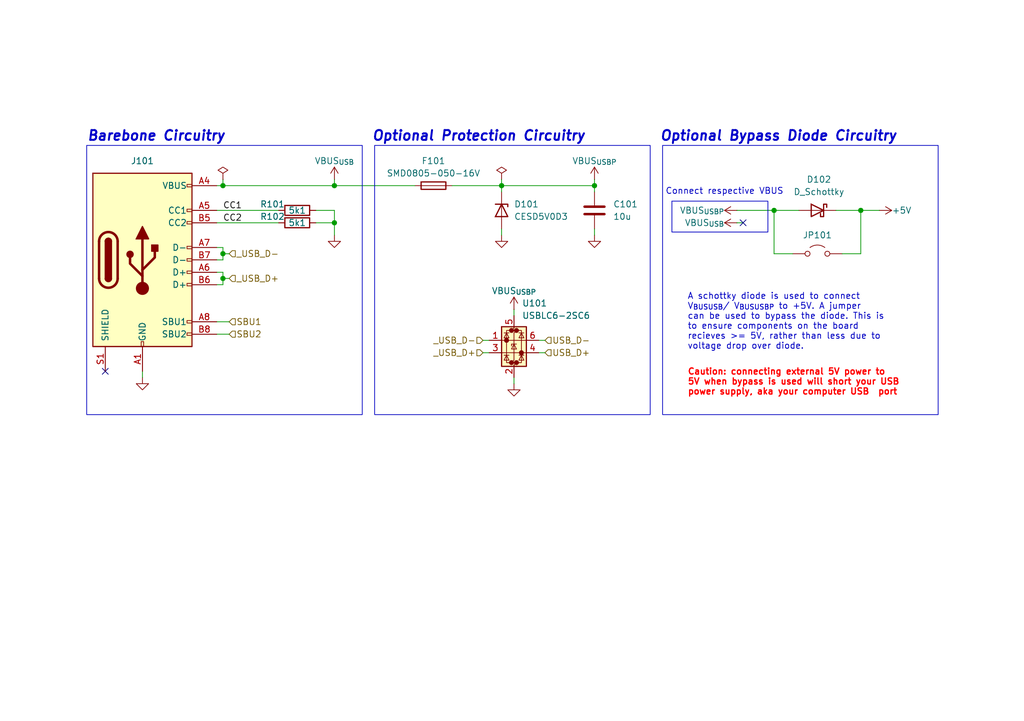
<source format=kicad_sch>
(kicad_sch (version 20231120) (generator "eeschema") (generator_version "8.0")
  (paper "A5")
  (title_block (title "USB C") (date "2024-07-08") (rev "1") (company "Scott CJX"))
  (lib_symbols
    (symbol "Connector:USB_C_Receptacle_USB2.0" (pin_names (offset 1.016))
      (property "Reference" "J" (at -10.16 19.05 0))
      (property "Value" "USB_C_Receptacle_USB2.0" (at 19.05 19.05 0))
      (symbol "USB_C_Receptacle_USB2.0_0_0"
        (rectangle (start -0.254 -17.78) (end 0.254 -16.764))
        (rectangle (start 10.16 -14.986) (end 9.144 -15.494))
        (rectangle (start 10.16 -12.446) (end 9.144 -12.954))
        (rectangle (start 10.16 -4.826) (end 9.144 -5.334))
        (rectangle (start 10.16 -2.286) (end 9.144 -2.794))
        (rectangle (start 10.16 0.254) (end 9.144 -0.254))
        (rectangle (start 10.16 2.794) (end 9.144 2.286))
        (rectangle (start 10.16 7.874) (end 9.144 7.366))
        (rectangle (start 10.16 10.414) (end 9.144 9.906))
        (rectangle (start 10.16 15.494) (end 9.144 14.986))
      )
      (symbol "USB_C_Receptacle_USB2.0_0_1"
        (rectangle (start -10.16 17.78) (end 10.16 -17.78) (stroke (width 0.254)) (fill (type background)))
        (arc (start -8.89 -3.81) (mid -6.985 -5.7067) (end -5.08 -3.81) (stroke (width 0.508)))
        (arc (start -7.62 -3.81) (mid -6.985 -4.4423) (end -6.35 -3.81) (stroke (width 0.254)))
        (arc (start -7.62 -3.81) (mid -6.985 -4.4423) (end -6.35 -3.81) (stroke (width 0.254)) (fill (type outline)))
        (rectangle (start -7.62 -3.81) (end -6.35 3.81) (stroke (width 0.254)) (fill (type outline)))
        (arc (start -6.35 3.81) (mid -6.985 4.4423) (end -7.62 3.81) (stroke (width 0.254)))
        (arc (start -6.35 3.81) (mid -6.985 4.4423) (end -7.62 3.81) (stroke (width 0.254)) (fill (type outline)))
        (arc (start -5.08 3.81) (mid -6.985 5.7067) (end -8.89 3.81) (stroke (width 0.508)))
        (circle (center -2.54 1.143) (radius 0.635) (stroke (width 0.254)) (fill (type outline)))
        (circle (center 0 -5.842) (radius 1.27) (fill (type outline)))
        (polyline (pts (xy -8.89 -3.81) (xy -8.89 3.81)) (stroke (width 0.508)))
        (polyline (pts (xy -5.08 3.81) (xy -5.08 -3.81)) (stroke (width 0.508)))
        (polyline (pts (xy 0 -5.842) (xy 0 4.318)) (stroke (width 0.508)))
        (polyline (pts (xy 0 -3.302) (xy -2.54 -0.762) (xy -2.54 0.508)) (stroke (width 0.508)))
        (polyline (pts (xy 0 -2.032) (xy 2.54 0.508) (xy 2.54 1.778)) (stroke (width 0.508)))
        (polyline (pts (xy -1.27 4.318) (xy 0 6.858) (xy 1.27 4.318) (xy -1.27 4.318)) (stroke (width 0.254)) (fill (type outline)))
        (rectangle (start 1.905 1.778) (end 3.175 3.048) (stroke (width 0.254)) (fill (type outline)))
      )
      (symbol "USB_C_Receptacle_USB2.0_1_1"
        (pin passive line (at 0 -22.86 90) (length 5.08) (name "GND") (number "A1"))
        (pin passive line (at 0 -22.86 90) (length 5.08) hide (name "GND") (number "A12"))
        (pin passive line (at 15.24 15.24 180) (length 5.08) (name "VBUS") (number "A4"))
        (pin bidirectional line (at 15.24 10.16 180) (length 5.08) (name "CC1") (number "A5"))
        (pin bidirectional line (at 15.24 -2.54 180) (length 5.08) (name "D+") (number "A6"))
        (pin bidirectional line (at 15.24 2.54 180) (length 5.08) (name "D-") (number "A7"))
        (pin bidirectional line (at 15.24 -12.7 180) (length 5.08) (name "SBU1") (number "A8"))
        (pin passive line (at 15.24 15.24 180) (length 5.08) hide (name "VBUS") (number "A9"))
        (pin passive line (at 0 -22.86 90) (length 5.08) hide (name "GND") (number "B1"))
        (pin passive line (at 0 -22.86 90) (length 5.08) hide (name "GND") (number "B12"))
        (pin passive line (at 15.24 15.24 180) (length 5.08) hide (name "VBUS") (number "B4"))
        (pin bidirectional line (at 15.24 7.62 180) (length 5.08) (name "CC2") (number "B5"))
        (pin bidirectional line (at 15.24 -5.08 180) (length 5.08) (name "D+") (number "B6"))
        (pin bidirectional line (at 15.24 0 180) (length 5.08) (name "D-") (number "B7"))
        (pin bidirectional line (at 15.24 -15.24 180) (length 5.08) (name "SBU2") (number "B8"))
        (pin passive line (at 15.24 15.24 180) (length 5.08) hide (name "VBUS") (number "B9"))
        (pin passive line (at -7.62 -22.86 90) (length 5.08) (name "SHIELD") (number "S1"))
      )
    )
    (symbol "Device:D_Schottky" (pin_numbers hide) (pin_names (offset 1.016) hide)
      (property "Reference" "D" (at 0 2.54 0))
      (property "Value" "D_Schottky" (at 0 -2.54 0))
      (symbol "D_Schottky_0_1"
        (polyline (pts (xy 1.27 0) (xy -1.27 0)))
        (polyline (pts (xy 1.27 1.27) (xy 1.27 -1.27) (xy -1.27 0) (xy 1.27 1.27)) (stroke (width 0.254)))
        (polyline (pts (xy -1.905 0.635) (xy -1.905 1.27) (xy -1.27 1.27) (xy -1.27 -1.27) (xy -0.635 -1.27) (xy -0.635 -0.635)) (stroke (width 0.254)))
      )
      (symbol "D_Schottky_1_1"
        (pin passive line (at -3.81 0 0) (length 2.54) (name "K") (number "1"))
        (pin passive line (at 3.81 0 180) (length 2.54) (name "A") (number "2"))
      )
    )
    (symbol "Device:Fuse" (pin_numbers hide) (pin_names (offset 0))
      (property "Reference" "F" (at 2.032 0 90))
      (property "Value" "Fuse" (at -1.905 0 90))
      (symbol "Fuse_0_1"
        (rectangle (start -0.762 -2.54) (end 0.762 2.54) (stroke (width 0.254)))
        (polyline (pts (xy 0 2.54) (xy 0 -2.54)))
      )
      (symbol "Fuse_1_1"
        (pin passive line (at 0 3.81 270) (length 1.27) (name "~") (number "1"))
        (pin passive line (at 0 -3.81 90) (length 1.27) (name "~") (number "2"))
      )
    )
    (symbol "Device:R" (pin_numbers hide) (pin_names (offset 0))
      (property "Reference" "R" (at 2.032 0 90))
      (property "Value" "R" (at 0 0 90))
      (symbol "R_0_1"
        (rectangle (start -1.016 -2.54) (end 1.016 2.54) (stroke (width 0.254)))
      )
      (symbol "R_1_1"
        (pin passive line (at 0 3.81 270) (length 1.27) (name "~") (number "1"))
        (pin passive line (at 0 -3.81 90) (length 1.27) (name "~") (number "2"))
      )
    )
    (symbol "Jumper:Jumper_2_Open" (pin_numbers hide) (pin_names (offset 0) hide) (exclude_from_sim yes)
      (property "Reference" "JP" (at 0 2.794 0))
      (property "Value" "Jumper_2_Open" (at 0 -2.286 0))
      (symbol "Jumper_2_Open_0_0"
        (circle (center -2.032 0) (radius 0.508))
        (circle (center 2.032 0) (radius 0.508))
      )
      (symbol "Jumper_2_Open_0_1"
        (arc (start 1.524 1.27) (mid 0 1.778) (end -1.524 1.27))
      )
      (symbol "Jumper_2_Open_1_1"
        (pin passive line (at -5.08 0 0) (length 2.54) (name "A") (number "1"))
        (pin passive line (at 5.08 0 180) (length 2.54) (name "B") (number "2"))
      )
    )
    (symbol "Power_Protection:USBLC6-2SC6" (pin_names hide)
      (property "Reference" "U" (at 0.635 5.715 0))
      (property "Value" "USBLC6-2SC6" (at 0.635 3.81 0))
      (symbol "USBLC6-2SC6_0_0"
        (circle (center -1.524 0) (radius 0.0001) (stroke (width 0.508)))
        (circle (center -0.508 -4.572) (radius 0.0001) (stroke (width 0.508)))
        (circle (center -0.508 2.032) (radius 0.0001) (stroke (width 0.508)))
        (circle (center 0.508 -4.572) (radius 0.0001) (stroke (width 0.508)))
        (circle (center 0.508 2.032) (radius 0.0001) (stroke (width 0.508)))
        (circle (center 1.524 -2.54) (radius 0.0001) (stroke (width 0.508)))
      )
      (symbol "USBLC6-2SC6_0_1"
        (polyline (pts (xy -2.54 -2.54) (xy 2.54 -2.54)))
        (polyline (pts (xy -2.54 0) (xy 2.54 0)))
        (polyline (pts (xy -2.032 -3.048) (xy -1.016 -3.048)))
        (polyline (pts (xy -1.016 1.524) (xy -2.032 1.524)))
        (polyline (pts (xy 1.016 -3.048) (xy 2.032 -3.048)))
        (polyline (pts (xy 1.016 1.524) (xy 2.032 1.524)))
        (polyline (pts (xy -0.508 -1.143) (xy -0.508 -0.762) (xy 0.508 -0.762)))
        (polyline (pts (xy -2.032 0.508) (xy -1.016 0.508) (xy -1.524 1.524) (xy -2.032 0.508)))
        (polyline (pts (xy -1.016 -4.064) (xy -2.032 -4.064) (xy -1.524 -3.048) (xy -1.016 -4.064)))
        (polyline (pts (xy 0.508 -1.778) (xy -0.508 -1.778) (xy 0 -0.762) (xy 0.508 -1.778)))
        (polyline (pts (xy 2.032 -4.064) (xy 1.016 -4.064) (xy 1.524 -3.048) (xy 2.032 -4.064)))
        (polyline (pts (xy 2.032 0.508) (xy 1.016 0.508) (xy 1.524 1.524) (xy 2.032 0.508)))
        (polyline (pts (xy 0 2.54) (xy -0.508 2.032) (xy 0.508 2.032) (xy 0 1.524) (xy 0 -4.064) (xy -0.508 -4.572) (xy 0.508 -4.572) (xy 0 -5.08)))
      )
      (symbol "USBLC6-2SC6_1_1"
        (rectangle (start -2.54 2.794) (end 2.54 -5.334) (stroke (width 0.254)) (fill (type background)))
        (polyline (pts (xy -0.508 2.032) (xy -1.524 2.032) (xy -1.524 -4.572) (xy -0.508 -4.572)))
        (polyline (pts (xy 0.508 -4.572) (xy 1.524 -4.572) (xy 1.524 2.032) (xy 0.508 2.032)))
        (pin passive line (at -5.08 0 0) (length 2.54) (name "I/O1") (number "1"))
        (pin passive line (at 0 -7.62 90) (length 2.54) (name "GND") (number "2"))
        (pin passive line (at -5.08 -2.54 0) (length 2.54) (name "I/O2") (number "3"))
        (pin passive line (at 5.08 -2.54 180) (length 2.54) (name "I/O2") (number "4"))
        (pin passive line (at 0 5.08 270) (length 2.54) (name "VBUS") (number "5"))
        (pin passive line (at 5.08 0 180) (length 2.54) (name "I/O1") (number "6"))
      )
    )
    (symbol "power:+5V" (power) (pin_numbers hide) (pin_names (offset 0) hide)
      (property "Value" "+5V" (at 0 3.556 0))
      (symbol "+5V_0_1"
        (polyline (pts (xy -0.762 1.27) (xy 0 2.54)))
        (polyline (pts (xy 0 0) (xy 0 2.54)))
        (polyline (pts (xy 0 2.54) (xy 0.762 1.27)))
      )
      (symbol "+5V_1_1"
        (pin power_in line (at 0 0 90) (length 0) (name "~") (number "1"))
      )
    )
    (symbol "power:GND" (power) (pin_names (offset 0))
      (property "Value" "GND" (at 0 -3.81 0))
      (symbol "GND_0_1"
        (polyline (pts (xy 0 0) (xy 0 -1.27) (xy 1.27 -1.27) (xy 0 -2.54) (xy -1.27 -1.27) (xy 0 -1.27)))
      )
      (symbol "GND_1_1"
        (pin power_in line (at 0 0 270) (length 0) hide (name "GND") (number "1"))
      )
    )
    (symbol "power:PWR_FLAG" (power) (pin_numbers hide) (pin_names (offset 0) hide)
      (property "Value" "PWR_FLAG" (at 0 3.81 0))
      (symbol "PWR_FLAG_0_0"
        (pin power_out line (at 0 0 90) (length 0) (name "~") (number "1"))
      )
      (symbol "PWR_FLAG_0_1"
        (polyline (pts (xy 0 0) (xy 0 1.27) (xy -1.016 1.905) (xy 0 2.54) (xy 1.016 1.905) (xy 0 1.27)))
      )
    )
    (symbol "power:VBUS" (power) (pin_numbers hide) (pin_names (offset 0) hide)
      (property "Value" "VBUS" (at 0 3.556 0))
      (symbol "VBUS_0_1"
        (polyline (pts (xy -0.762 1.27) (xy 0 2.54)))
        (polyline (pts (xy 0 0) (xy 0 2.54)))
        (polyline (pts (xy 0 2.54) (xy 0.762 1.27)))
      )
      (symbol "VBUS_1_1"
        (pin power_in line (at 0 0 90) (length 0) (name "~") (number "1"))
      )
    )
    (symbol "scottcjx-common-parts:10uF" (pin_numbers hide) (pin_names (offset 0.254))
      (property "Reference" "C" (at 0.635 2.54 0))
      (property "Value" "10u" (at 0.635 -2.54 0))
      (symbol "10uF_0_1"
        (polyline (pts (xy -2.032 -0.762) (xy 2.032 -0.762)) (stroke (width 0.508)))
        (polyline (pts (xy -2.032 0.762) (xy 2.032 0.762)) (stroke (width 0.508)))
      )
      (symbol "10uF_1_1"
        (pin passive line (at 0 3.81 270) (length 2.794) (name "~") (number "1"))
        (pin passive line (at 0 -3.81 90) (length 2.794) (name "~") (number "2"))
      )
    )
    (symbol "scottcjx-common-parts:CESD5V0" (pin_numbers hide) (pin_names (offset 1.016) hide)
      (property "Reference" "D" (at 0 2.54 0))
      (property "Value" "CESD5V0D3" (at 0 -2.54 0))
      (symbol "CESD5V0_0_1"
        (polyline (pts (xy 1.27 0) (xy -1.27 0)))
        (polyline (pts (xy -1.27 -1.27) (xy -1.27 1.27) (xy -0.762 1.27)) (stroke (width 0.254)))
        (polyline (pts (xy 1.27 -1.27) (xy 1.27 1.27) (xy -1.27 0) (xy 1.27 -1.27)) (stroke (width 0.254)))
      )
      (symbol "CESD5V0_1_1"
        (pin passive line (at -3.81 0 0) (length 2.54) (name "K") (number "1"))
        (pin passive line (at 3.81 0 180) (length 2.54) (name "A") (number "2"))
      )
    )
  )
  (junction (at 158.75 43.18))
  (junction (at 176.53 43.18))
  (junction (at 68.58 45.72))
  (junction (at 121.92 38.1))
  (junction (at 102.87 38.1))
  (junction (at 45.72 38.1))
  (junction (at 45.72 57.15))
  (junction (at 68.58 38.1))
  (junction (at 45.72 52.07))
  (no_connect (at 152.4 45.72))
  (no_connect (at 21.59 76.2))
  (wire (pts (xy 45.72 57.15) (xy 46.99 57.15)))
  (wire (pts (xy 102.87 38.1) (xy 102.87 39.37)))
  (wire (pts (xy 44.45 45.72) (xy 57.15 45.72)))
  (wire (pts (xy 111.76 69.85) (xy 110.49 69.85)))
  (wire (pts (xy 29.21 76.2) (xy 29.21 77.47)))
  (wire (pts (xy 44.45 68.58) (xy 46.99 68.58)))
  (wire (pts (xy 158.75 43.18) (xy 158.75 52.07)))
  (wire (pts (xy 105.41 63.5) (xy 105.41 64.77)))
  (wire (pts (xy 99.06 69.85) (xy 100.33 69.85)))
  (wire (pts (xy 102.87 46.99) (xy 102.87 48.26)))
  (wire (pts (xy 92.71 38.1) (xy 102.87 38.1)))
  (wire (pts (xy 105.41 78.74) (xy 105.41 77.47)))
  (wire (pts (xy 45.72 58.42) (xy 44.45 58.42)))
  (wire (pts (xy 45.72 52.07) (xy 46.99 52.07)))
  (wire (pts (xy 44.45 38.1) (xy 45.72 38.1)))
  (wire (pts (xy 121.92 46.99) (xy 121.92 48.26)))
  (wire (pts (xy 158.75 43.18) (xy 163.83 43.18)))
  (wire (pts (xy 99.06 72.39) (xy 100.33 72.39)))
  (wire (pts (xy 45.72 53.34) (xy 44.45 53.34)))
  (wire (pts (xy 102.87 38.1) (xy 102.87 36.83)))
  (wire (pts (xy 171.45 43.18) (xy 176.53 43.18)))
  (wire (pts (xy 45.72 36.83) (xy 45.72 38.1)))
  (wire (pts (xy 172.72 52.07) (xy 176.53 52.07)))
  (wire (pts (xy 152.4 45.72) (xy 151.13 45.72)))
  (wire (pts (xy 176.53 43.18) (xy 180.34 43.18)))
  (wire (pts (xy 176.53 43.18) (xy 176.53 52.07)))
  (wire (pts (xy 158.75 52.07) (xy 162.56 52.07)))
  (wire (pts (xy 44.45 55.88) (xy 45.72 55.88)))
  (wire (pts (xy 121.92 38.1) (xy 121.92 36.83)))
  (wire (pts (xy 68.58 36.83) (xy 68.58 38.1)))
  (wire (pts (xy 102.87 38.1) (xy 121.92 38.1)))
  (wire (pts (xy 45.72 55.88) (xy 45.72 57.15)))
  (wire (pts (xy 45.72 50.8) (xy 45.72 52.07)))
  (wire (pts (xy 121.92 38.1) (xy 121.92 39.37)))
  (wire (pts (xy 68.58 48.26) (xy 68.58 45.72)))
  (wire (pts (xy 64.77 45.72) (xy 68.58 45.72)))
  (wire (pts (xy 44.45 43.18) (xy 57.15 43.18)))
  (wire (pts (xy 111.76 72.39) (xy 110.49 72.39)))
  (wire (pts (xy 44.45 66.04) (xy 46.99 66.04)))
  (wire (pts (xy 45.72 52.07) (xy 45.72 53.34)))
  (wire (pts (xy 151.13 43.18) (xy 158.75 43.18)))
  (wire (pts (xy 45.72 38.1) (xy 68.58 38.1)))
  (wire (pts (xy 44.45 50.8) (xy 45.72 50.8)))
  (wire (pts (xy 64.77 43.18) (xy 68.58 43.18)))
  (wire (pts (xy 68.58 38.1) (xy 85.09 38.1)))
  (wire (pts (xy 45.72 57.15) (xy 45.72 58.42)))
  (wire (pts (xy 68.58 43.18) (xy 68.58 45.72)))
  (rectangle (start 135.89 29.845) (end 192.405 85.09))
  (rectangle (start 76.835 29.845) (end 133.35 85.09))
  (rectangle (start 17.78 29.845) (end 74.295 85.09))
  (rectangle (start 137.795 41.275) (end 157.48 47.625))
  (text "Connect respective VBUS" (at 148.59 39.37 0) (effects (font (size 1.27 1.27))))
  (text "Optional Bypass Diode Circuitry" (at 135.255 29.21 0) (effects (font (size 2 2) (thickness 0.4) (bold yes) (italic yes)) (justify left bottom)))
  (text "A schottky diode is used to connect \nV_{BUSUSB}/ V_{BUSUSBP} to +5V. A jumper \ncan be used to bypass the diode. This is\nto ensure components on the board \nrecieves >= 5V, rather than less due to\nvoltage drop over diode. " (at 140.97 66.04 0) (effects (font (size 1.27 1.27) (thickness 0.1588)) (justify left)))
  (text "Barebone Circuitry" (at 17.78 29.21 0) (effects (font (size 2 2) (thickness 0.4) (bold yes) (italic yes)) (justify left bottom)))
  (text "\nCaution: connecting external 5V power to\n5V when bypass is used will short your USB\npower supply, aka your computer USB  port" (at 140.97 77.47 0) (effects (font (size 1.27 1.27) (thickness 0.254) (bold yes)) (justify left)))
  (text "Optional Protection Circuitry" (at 76.2 29.21 0) (effects (font (size 2 2) (thickness 0.4) (bold yes) (italic yes)) (justify left bottom)))
  (label "CC2" (at 45.72 45.72 0))
  (label "CC1" (at 45.72 43.18 0))
  (hierarchical_label "SBU2" (shape input) (at 46.99 68.58 0))
  (hierarchical_label "_USB_D+" (shape input) (at 99.06 72.39 180))
  (hierarchical_label "_USB_D-" (shape input) (at 46.99 52.07 0))
  (hierarchical_label "USB_D+" (shape input) (at 111.76 72.39 0))
  (hierarchical_label "USB_D-" (shape input) (at 111.76 69.85 0))
  (hierarchical_label "_USB_D+" (shape input) (at 46.99 57.15 0))
  (hierarchical_label "SBU1" (shape input) (at 46.99 66.04 0))
  (hierarchical_label "_USB_D-" (shape input) (at 99.06 69.85 180))
  (symbol (lib_id "Device:Fuse") (at 88.9 38.1 90) (unit 1)
    (property "Reference" "F101" (at 88.9 33.02 90))
    (property "Value" "SMD0805-050-16V" (at 88.9 35.56 90))
    (property "Description" "Fuse" (effects (hide yes)))
  )
  (symbol (lib_id "Device:R") (at 60.96 43.18 90) (unit 1)
    (property "Reference" "R101" (at 55.88 41.91 90))
    (property "Value" "5k1" (at 60.96 43.18 90))
    (property "Footprint" "Resistor_SMD:R_0603_1608Metric" (effects (hide yes)))
    (property "LCSC" "C23186" (effects (hide yes)))
    (property "Assemble" "1" (effects (hide yes)))
  )
  (symbol (lib_id "power:VBUS") (at 151.13 45.72 90) (mirror x) (unit 1)
    (property "Reference" "#PWR0110" (effects (hide yes)))
    (property "Value" "VBUS_{USB}" (at 148.59 45.72 90) (effects (justify left)))
    (property "Description" "Power symbol creates a global label with name \"VBUS\"" (effects (hide yes)))
  )
  (symbol (lib_id "scottcjx-common-parts:CESD5V0") (at 102.87 43.18 270) (unit 1)
    (property "Reference" "D101" (at 105.41 41.9099 90) (effects (justify left)))
    (property "Value" "CESD5V0D3" (at 105.41 44.4499 90) (effects (justify left)))
    (property "Description" "Zener diode" (effects (hide yes)))
  )
  (symbol (lib_id "Device:D_Schottky") (at 167.64 43.18 0) (mirror y) (unit 1)
    (property "Reference" "D102" (at 167.9575 36.83 0))
    (property "Value" "D_Schottky" (at 167.9575 39.37 0))
    (property "Description" "Schottky diode" (effects (hide yes)))
  )
  (symbol (lib_id "Connector:USB_C_Receptacle_USB2.0") (at 29.21 53.34 0) (unit 1)
    (property "Reference" "J101" (at 29.21 33.02 0))
    (property "Value" "USB_C" (effects (hide yes)))
    (property "Footprint" "NVF-Kicad:USBC_HRO_TYPE-C-31-M-12" (effects (hide yes)))
    (property "Datasheet" "https://www.usb.org/sites/default/files/documents/usb_type-c.zip" (effects (hide yes)))
    (property "LCSC" "C165948" (effects (hide yes)))
    (property "Assemble" "1" (effects (hide yes)))
  )
  (symbol (lib_id "power:GND") (at 121.92 48.26 0) (unit 1)
    (property "Reference" "#PWR0105" (effects (hide yes)))
    (property "Value" "GND" (effects (hide yes)))
  )
  (symbol (lib_id "power:VBUS") (at 151.13 43.18 90) (mirror x) (unit 1)
    (property "Reference" "#PWR0111" (effects (hide yes)))
    (property "Value" "VBUS_{USBP}" (at 148.59 43.18 90) (effects (justify left)))
    (property "Description" "Power symbol creates a global label with name \"VBUS\"" (effects (hide yes)))
  )
  (symbol (lib_id "scottcjx-common-parts:10uF") (at 121.92 43.18 0) (unit 1)
    (property "Reference" "C101" (at 125.73 41.9099 0) (effects (justify left)))
    (property "Value" "10u" (at 125.73 44.4499 0) (effects (justify left)))
    (property "Description" "Unpolarized capacitor" (effects (hide yes)))
  )
  (symbol (lib_id "power:+5V") (at 180.34 43.18 270) (mirror x) (unit 1)
    (property "Reference" "#PWR0109" (effects (hide yes)))
    (property "Value" "+5V" (at 182.88 43.18 90) (effects (justify left)))
    (property "Description" "Power symbol creates a global label with name \"+5V\"" (effects (hide yes)))
  )
  (symbol (lib_id "Power_Protection:USBLC6-2SC6") (at 105.41 69.85 0) (unit 1)
    (property "Reference" "U101" (at 107.0611 62.23 0) (effects (justify left)))
    (property "Value" "USBLC6-2SC6" (at 107.0611 64.77 0) (effects (justify left)))
    (property "Footprint" "Package_TO_SOT_SMD:SOT-23-6" (effects (hide yes)))
    (property "Datasheet" "https://www.st.com/resource/en/datasheet/usblc6-2.pdf" (effects (hide yes)))
    (property "Description" "Very low capacitance ESD protection diode, 2 data-line, SOT-23-6" (effects (hide yes)))
  )
  (symbol (lib_id "power:PWR_FLAG") (at 102.87 36.83 0) (unit 1)
    (property "Reference" "#FLG0102" (effects (hide yes)))
    (property "Value" "PWR_FLAG" (effects (hide yes)))
    (property "Description" "Special symbol for telling ERC where power comes from" (effects (hide yes)))
  )
  (symbol (lib_id "Jumper:Jumper_2_Open") (at 167.64 52.07 0) (unit 1) (exclude_from_sim yes)
    (property "Reference" "JP101" (at 167.64 48.26 0))
    (property "Value" "5V USB Direct" (effects (hide yes)))
    (property "Description" "Jumper, 2-pole, open" (effects (hide yes)))
  )
  (symbol (lib_id "power:GND") (at 68.58 48.26 0) (unit 1)
    (property "Reference" "#PWR0102" (effects (hide yes)))
    (property "Value" "GND" (effects (hide yes)))
  )
  (symbol (lib_id "power:VBUS") (at 105.41 63.5 0) (unit 1)
    (property "Reference" "#PWR0107" (effects (hide yes)))
    (property "Value" "VBUS_{USBP}" (at 105.41 59.69 0))
    (property "Description" "Power symbol creates a global label with name \"VBUS\"" (effects (hide yes)))
  )
  (symbol (lib_id "Device:R") (at 60.96 45.72 90) (unit 1)
    (property "Reference" "R102" (at 55.88 44.45 90))
    (property "Value" "5k1" (at 60.96 45.72 90))
    (property "Footprint" "Resistor_SMD:R_0603_1608Metric" (effects (hide yes)))
    (property "LCSC" "C23186" (effects (hide yes)))
    (property "Assemble" "1" (effects (hide yes)))
  )
  (symbol (lib_id "power:GND") (at 102.87 48.26 0) (unit 1)
    (property "Reference" "#PWR0101" (effects (hide yes)))
    (property "Value" "GND" (effects (hide yes)))
  )
  (symbol (lib_id "power:PWR_FLAG") (at 45.72 36.83 0) (unit 1)
    (property "Reference" "#FLG0101" (effects (hide yes)))
    (property "Value" "PWR_FLAG" (effects (hide yes)))
    (property "Description" "Special symbol for telling ERC where power comes from" (effects (hide yes)))
  )
  (symbol (lib_id "power:GND") (at 29.21 77.47 0) (unit 1)
    (property "Reference" "#PWR0103" (effects (hide yes)))
    (property "Value" "GND" (effects (hide yes)))
  )
  (symbol (lib_id "power:GND") (at 105.41 78.74 0) (unit 1)
    (property "Reference" "#PWR0106" (effects (hide yes)))
    (property "Value" "GND" (effects (hide yes)))
  )
  (symbol (lib_id "power:VBUS") (at 121.92 36.83 0) (unit 1)
    (property "Reference" "#PWR0104" (effects (hide yes)))
    (property "Value" "VBUS_{USBP}" (at 121.92 33.02 0))
    (property "Description" "Power symbol creates a global label with name \"VBUS\"" (effects (hide yes)))
  )
  (symbol (lib_id "power:VBUS") (at 68.58 36.83 0) (unit 1)
    (property "Reference" "#PWR0108" (effects (hide yes)))
    (property "Value" "VBUS_{USB}" (at 68.58 33.02 0))
    (property "Description" "Power symbol creates a global label with name \"VBUS\"" (effects (hide yes)))
  )
)
</source>
